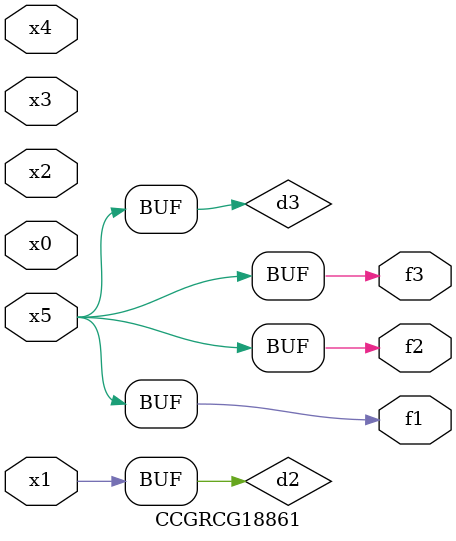
<source format=v>
module CCGRCG18861(
	input x0, x1, x2, x3, x4, x5,
	output f1, f2, f3
);

	wire d1, d2, d3;

	not (d1, x5);
	or (d2, x1);
	xnor (d3, d1);
	assign f1 = d3;
	assign f2 = d3;
	assign f3 = d3;
endmodule

</source>
